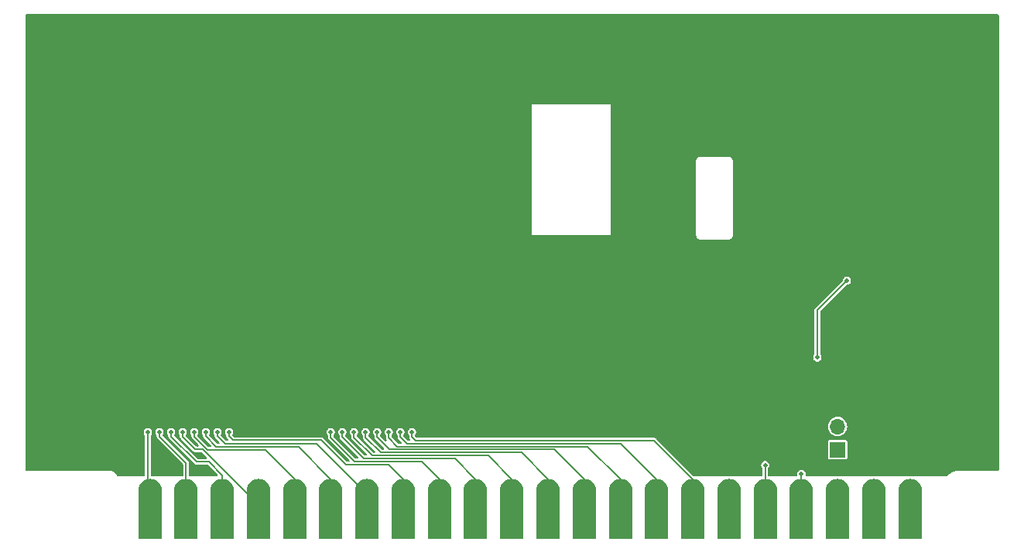
<source format=gbr>
%TF.GenerationSoftware,KiCad,Pcbnew,7.0.11*%
%TF.CreationDate,2024-03-06T22:05:35+01:00*%
%TF.ProjectId,kim-1-programmable-memory,6b696d2d-312d-4707-926f-6772616d6d61,rev?*%
%TF.SameCoordinates,Original*%
%TF.FileFunction,Copper,L2,Bot*%
%TF.FilePolarity,Positive*%
%FSLAX46Y46*%
G04 Gerber Fmt 4.6, Leading zero omitted, Abs format (unit mm)*
G04 Created by KiCad (PCBNEW 7.0.11) date 2024-03-06 22:05:35*
%MOMM*%
%LPD*%
G01*
G04 APERTURE LIST*
G04 Aperture macros list*
%AMFreePoly0*
4,1,22,-1.300000,3.270000,1.300000,3.270000,1.300000,-1.970000,1.280250,-2.195743,1.221600,-2.414626,1.125833,-2.620000,0.995858,-2.805624,0.835624,-2.965858,0.650000,-3.095833,0.444626,-3.191600,0.225743,-3.250250,0.000000,-3.270000,-0.225743,-3.250250,-0.444626,-3.191600,-0.650000,-3.095833,-0.835624,-2.965858,-0.995858,-2.805624,-1.125833,-2.620000,-1.221600,-2.414626,-1.280250,-2.195743,
-1.300000,-1.970000,-1.300000,3.270000,-1.300000,3.270000,$1*%
G04 Aperture macros list end*
%TA.AperFunction,ComponentPad*%
%ADD10R,1.700000X1.700000*%
%TD*%
%TA.AperFunction,ComponentPad*%
%ADD11O,1.700000X1.700000*%
%TD*%
%TA.AperFunction,ConnectorPad*%
%ADD12FreePoly0,180.000000*%
%TD*%
%TA.AperFunction,ViaPad*%
%ADD13C,0.600000*%
%TD*%
%TA.AperFunction,ViaPad*%
%ADD14C,0.500000*%
%TD*%
%TA.AperFunction,ViaPad*%
%ADD15C,1.600000*%
%TD*%
%TA.AperFunction,Conductor*%
%ADD16C,0.200000*%
%TD*%
G04 APERTURE END LIST*
D10*
%TO.P,J1,1,Pin_1*%
%TO.N,/~{DECEN}*%
X140650000Y-153380000D03*
D11*
%TO.P,J1,2,Pin_2*%
%TO.N,Net-(J1-Pin_2)*%
X140650000Y-150840000D03*
%TD*%
D12*
%TO.P,J3,A,A0*%
%TO.N,/AB0*%
X65420000Y-159880000D03*
%TO.P,J3,B,A1*%
%TO.N,/AB1*%
X69380000Y-159880000D03*
%TO.P,J3,C,A2*%
%TO.N,/AB2*%
X73340000Y-159880000D03*
%TO.P,J3,D,A3*%
%TO.N,/AB3*%
X77300000Y-159880000D03*
%TO.P,J3,E,A4*%
%TO.N,/AB4*%
X81260000Y-159880000D03*
%TO.P,J3,F,A5*%
%TO.N,/AB5*%
X85220000Y-159880000D03*
%TO.P,J3,H,A6*%
%TO.N,/AB6*%
X89180000Y-159880000D03*
%TO.P,J3,J,A7*%
%TO.N,/AB7*%
X93140000Y-159880000D03*
%TO.P,J3,K,A8*%
%TO.N,/AB8*%
X97100000Y-159880000D03*
%TO.P,J3,L,A9*%
%TO.N,/AB9*%
X101060000Y-159880000D03*
%TO.P,J3,M,A10*%
%TO.N,/AB10*%
X105020000Y-159880000D03*
%TO.P,J3,N,A11*%
%TO.N,/AB11*%
X108980000Y-159880000D03*
%TO.P,J3,P,A12*%
%TO.N,/AB12*%
X112940000Y-159880000D03*
%TO.P,J3,R,A13*%
%TO.N,/AB13*%
X116900000Y-159880000D03*
%TO.P,J3,S,A14*%
%TO.N,/AB14*%
X120860000Y-159880000D03*
%TO.P,J3,T,A15*%
%TO.N,/AB15*%
X124820000Y-159880000D03*
%TO.P,J3,U,\u00D82*%
%TO.N,unconnected-(J3-\u00D82-PadU)*%
X128780000Y-159880000D03*
%TO.P,J3,V,R/~{W}*%
%TO.N,/R{slash}~{W}*%
X132740000Y-159880000D03*
%TO.P,J3,W,~{R}/W*%
%TO.N,/~{R}{slash}W*%
X136700000Y-159880000D03*
%TO.P,J3,X,+16V_RAW*%
%TO.N,unconnected-(J3-+16V_RAW-PadX)*%
X140660000Y-159880000D03*
%TO.P,J3,Y,~{\u00D82}*%
%TO.N,unconnected-(J3-~{\u00D82}-PadY)*%
X144620000Y-159880000D03*
%TO.P,J3,Z,RAMRW*%
%TO.N,unconnected-(J3-RAMRW-PadZ)*%
X148580000Y-159880000D03*
%TD*%
D13*
%TO.N,GND*%
X138440000Y-145970000D03*
X151820000Y-130320000D03*
D14*
X83935000Y-151460000D03*
D13*
X139780000Y-143170000D03*
X151820000Y-110720000D03*
X112990000Y-114020000D03*
D14*
X85210000Y-139270000D03*
X74740000Y-151790000D03*
D13*
X139120000Y-110720000D03*
D14*
X115365000Y-148600000D03*
X68390000Y-151790000D03*
X85808909Y-151831091D03*
D13*
X141040000Y-137820000D03*
D14*
X65210000Y-139320000D03*
D15*
X148580000Y-154970000D03*
D14*
X92158909Y-151831091D03*
X87078909Y-151831091D03*
D13*
X139120000Y-115120000D03*
X149150000Y-143470000D03*
X82150000Y-143620000D03*
X120890000Y-140970000D03*
D14*
X69660000Y-151790000D03*
D13*
X145540000Y-150680000D03*
D14*
X83935000Y-148600000D03*
X94698909Y-151831091D03*
D13*
X146040000Y-139620000D03*
X62150000Y-143620000D03*
X102150000Y-143620000D03*
D14*
X73470000Y-151790000D03*
X72200000Y-151790000D03*
D13*
X128090000Y-140970000D03*
X146040000Y-141470000D03*
X113720000Y-134720000D03*
X126420000Y-110720000D03*
X126420000Y-115120000D03*
X130590000Y-140970000D03*
X123390000Y-140970000D03*
D14*
X67120000Y-151790000D03*
X63935000Y-148600000D03*
X88348909Y-151831091D03*
X137440000Y-156070000D03*
X93428909Y-151831091D03*
X95365000Y-151460000D03*
X65850000Y-151790000D03*
X75365000Y-148600000D03*
X95365000Y-148600000D03*
D13*
X139120000Y-130320000D03*
D14*
X63935000Y-151460000D03*
D13*
X114440000Y-114020000D03*
X146040000Y-136920000D03*
X113720000Y-130320000D03*
D14*
X90888909Y-151831091D03*
D13*
X149150000Y-147770000D03*
X139120000Y-134720000D03*
X143740000Y-150680000D03*
D14*
X75365000Y-151460000D03*
D13*
X151820000Y-115120000D03*
D14*
X89618909Y-151831091D03*
X132030000Y-155070000D03*
D13*
X136690000Y-139720000D03*
X146040000Y-138720000D03*
X126420000Y-130670000D03*
D14*
X141990000Y-135520000D03*
X70930000Y-151790000D03*
D13*
X134840000Y-139720000D03*
X151820000Y-134720000D03*
X126420000Y-134720000D03*
D14*
%TO.N,/R{slash}~{W}*%
X132740000Y-155070000D03*
%TO.N,/AB0*%
X65205000Y-151460000D03*
%TO.N,/AB1*%
X66475000Y-151460000D03*
%TO.N,/AB2*%
X67745000Y-151460000D03*
%TO.N,/AB3*%
X69015000Y-151460000D03*
%TO.N,/AB4*%
X70285000Y-151460000D03*
%TO.N,/AB5*%
X71555000Y-151460000D03*
%TO.N,/AB6*%
X72825000Y-151460000D03*
%TO.N,/AB7*%
X74095000Y-151460000D03*
%TO.N,/AB8*%
X85205000Y-151460000D03*
%TO.N,/AB9*%
X86475000Y-151460000D03*
%TO.N,/AB10*%
X87745000Y-151460000D03*
%TO.N,/AB11*%
X89015000Y-151460000D03*
%TO.N,/AB12*%
X90285000Y-151460000D03*
%TO.N,/AB13*%
X91555000Y-151460000D03*
%TO.N,/AB14*%
X92825000Y-151460000D03*
%TO.N,/AB15*%
X94095000Y-151460000D03*
%TO.N,/~{R}{slash}W*%
X136700000Y-156070000D03*
%TO.N,/~{R}{slash}W'*%
X141660000Y-134870000D03*
X138440000Y-143270000D03*
%TD*%
D16*
%TO.N,/R{slash}~{W}*%
X132740000Y-155070000D02*
X132740000Y-159880000D01*
%TO.N,/AB0*%
X65420000Y-159880000D02*
X65205000Y-159665000D01*
X65205000Y-159665000D02*
X65205000Y-151460000D01*
%TO.N,/AB1*%
X66475000Y-151935000D02*
X66475000Y-151460000D01*
X69380000Y-154840000D02*
X66475000Y-151935000D01*
X69380000Y-159880000D02*
X69380000Y-154840000D01*
%TO.N,/AB2*%
X70500000Y-154700000D02*
X67745000Y-151945000D01*
X71870000Y-154700000D02*
X70500000Y-154700000D01*
X73340000Y-159880000D02*
X73340000Y-156170000D01*
X73340000Y-156170000D02*
X71870000Y-154700000D01*
X67745000Y-151945000D02*
X67745000Y-151460000D01*
%TO.N,/AB3*%
X69015000Y-151955000D02*
X69015000Y-151460000D01*
X77300000Y-159422448D02*
X71217552Y-153340000D01*
X70400000Y-153340000D02*
X69015000Y-151955000D01*
X71217552Y-153340000D02*
X70400000Y-153340000D01*
X77300000Y-159880000D02*
X77300000Y-159422448D01*
%TO.N,/AB4*%
X70285000Y-151945000D02*
X70285000Y-151460000D01*
X71731000Y-153391000D02*
X70285000Y-151945000D01*
X78041000Y-153391000D02*
X71731000Y-153391000D01*
X81260000Y-156610000D02*
X78041000Y-153391000D01*
X81260000Y-159880000D02*
X81260000Y-156610000D01*
%TO.N,/AB5*%
X81674000Y-153064000D02*
X72696448Y-153064000D01*
X72696448Y-153064000D02*
X71555000Y-151922552D01*
X85220000Y-159880000D02*
X85220000Y-156610000D01*
X85220000Y-156610000D02*
X81674000Y-153064000D01*
X71555000Y-151922552D02*
X71555000Y-151460000D01*
%TO.N,/AB6*%
X72825000Y-151922818D02*
X72825000Y-151460000D01*
X83657000Y-152737000D02*
X73639182Y-152737000D01*
X89180000Y-159880000D02*
X89180000Y-158260000D01*
X73639182Y-152737000D02*
X72825000Y-151922818D01*
X89180000Y-158260000D02*
X83657000Y-152737000D01*
%TO.N,/AB7*%
X74512182Y-152340000D02*
X74095000Y-151922818D01*
X93140000Y-156610000D02*
X91550000Y-155020000D01*
X91550000Y-155020000D02*
X86840000Y-155020000D01*
X93140000Y-159880000D02*
X93140000Y-156610000D01*
X86840000Y-155020000D02*
X84160000Y-152340000D01*
X74095000Y-151922818D02*
X74095000Y-151460000D01*
X84160000Y-152340000D02*
X74512182Y-152340000D01*
%TO.N,/AB8*%
X97100000Y-156610000D02*
X95160000Y-154670000D01*
X95160000Y-154670000D02*
X87840000Y-154670000D01*
X87840000Y-154670000D02*
X85205000Y-152035000D01*
X85205000Y-152035000D02*
X85205000Y-151460000D01*
X97100000Y-159880000D02*
X97100000Y-156610000D01*
%TO.N,/AB9*%
X101060000Y-159880000D02*
X101060000Y-156610000D01*
X101060000Y-156610000D02*
X98793000Y-154343000D01*
X98793000Y-154343000D02*
X88813000Y-154343000D01*
X86475000Y-152005000D02*
X86475000Y-151460000D01*
X88813000Y-154343000D02*
X86475000Y-152005000D01*
%TO.N,/AB10*%
X105020000Y-156610000D02*
X102426091Y-154016091D01*
X102426091Y-154016091D02*
X89736091Y-154016091D01*
X87745000Y-152025000D02*
X87745000Y-151460000D01*
X89736091Y-154016091D02*
X87745000Y-152025000D01*
X105020000Y-159880000D02*
X105020000Y-156610000D01*
%TO.N,/AB11*%
X89015000Y-152045000D02*
X89015000Y-151460000D01*
X106059091Y-153689091D02*
X90659091Y-153689091D01*
X108980000Y-159880000D02*
X108980000Y-156610000D01*
X108980000Y-156610000D02*
X106059091Y-153689091D01*
X90659091Y-153689091D02*
X89015000Y-152045000D01*
%TO.N,/AB12*%
X112940000Y-156610000D02*
X109692091Y-153362091D01*
X109692091Y-153362091D02*
X91632091Y-153362091D01*
X91632091Y-153362091D02*
X90285000Y-152015000D01*
X90285000Y-152015000D02*
X90285000Y-151460000D01*
X112940000Y-159880000D02*
X112940000Y-156610000D01*
%TO.N,/AB13*%
X113325091Y-153035091D02*
X92505091Y-153035091D01*
X116900000Y-159880000D02*
X116900000Y-156610000D01*
X116900000Y-156610000D02*
X113325091Y-153035091D01*
X91555000Y-152085000D02*
X91555000Y-151460000D01*
X92505091Y-153035091D02*
X91555000Y-152085000D01*
%TO.N,/AB14*%
X93528091Y-152708091D02*
X92825000Y-152005000D01*
X92825000Y-152005000D02*
X92825000Y-151460000D01*
X120860000Y-156610000D02*
X116958091Y-152708091D01*
X120860000Y-159880000D02*
X120860000Y-156610000D01*
X116958091Y-152708091D02*
X93528091Y-152708091D01*
%TO.N,/AB15*%
X120591091Y-152381091D02*
X94471091Y-152381091D01*
X124820000Y-156610000D02*
X120591091Y-152381091D01*
X94095000Y-152005000D02*
X94095000Y-151460000D01*
X124820000Y-159880000D02*
X124820000Y-156610000D01*
X94471091Y-152381091D02*
X94095000Y-152005000D01*
%TO.N,/~{R}{slash}W*%
X136700000Y-156070000D02*
X136700000Y-159880000D01*
%TO.N,/~{R}{slash}W'*%
X138440000Y-143270000D02*
X138440000Y-138090000D01*
X138440000Y-138090000D02*
X141660000Y-134870000D01*
%TD*%
%TA.AperFunction,Conductor*%
%TO.N,GND*%
G36*
X158242539Y-105720185D02*
G01*
X158288294Y-105772989D01*
X158299500Y-105824500D01*
X158299500Y-155575500D01*
X158279815Y-155642539D01*
X158227011Y-155688294D01*
X158175500Y-155699500D01*
X153858872Y-155699500D01*
X153627990Y-155729898D01*
X153598884Y-155733730D01*
X153398091Y-155787532D01*
X153345581Y-155801602D01*
X153345571Y-155801605D01*
X153103309Y-155901953D01*
X153103299Y-155901958D01*
X152876201Y-156033072D01*
X152668148Y-156192718D01*
X152580155Y-156280711D01*
X152518831Y-156314195D01*
X152492416Y-156317029D01*
X137263678Y-156309958D01*
X137196648Y-156290242D01*
X137150918Y-156237417D01*
X137140998Y-156168311D01*
X137141073Y-156167789D01*
X137155133Y-156070000D01*
X137136697Y-155941774D01*
X137082882Y-155823937D01*
X136998049Y-155726033D01*
X136889069Y-155655996D01*
X136889065Y-155655994D01*
X136889064Y-155655994D01*
X136764774Y-155619500D01*
X136764772Y-155619500D01*
X136635228Y-155619500D01*
X136635226Y-155619500D01*
X136510935Y-155655994D01*
X136510932Y-155655995D01*
X136510931Y-155655996D01*
X136473868Y-155679815D01*
X136401950Y-155726033D01*
X136317118Y-155823937D01*
X136317117Y-155823938D01*
X136263302Y-155941774D01*
X136244867Y-156070000D01*
X136258926Y-156167789D01*
X136248982Y-156236947D01*
X136203227Y-156289751D01*
X136136187Y-156309435D01*
X136136130Y-156309435D01*
X133164442Y-156308055D01*
X133097412Y-156288339D01*
X133051682Y-156235514D01*
X133040500Y-156184055D01*
X133040500Y-155457386D01*
X133060185Y-155390347D01*
X133070778Y-155376194D01*
X133122882Y-155316063D01*
X133176697Y-155198226D01*
X133195133Y-155070000D01*
X133176697Y-154941774D01*
X133122882Y-154823937D01*
X133038049Y-154726033D01*
X132929069Y-154655996D01*
X132929065Y-154655994D01*
X132929064Y-154655994D01*
X132804774Y-154619500D01*
X132804772Y-154619500D01*
X132675228Y-154619500D01*
X132675226Y-154619500D01*
X132550935Y-154655994D01*
X132550932Y-154655995D01*
X132550931Y-154655996D01*
X132531890Y-154668233D01*
X132441950Y-154726033D01*
X132357118Y-154823937D01*
X132357117Y-154823938D01*
X132303302Y-154941774D01*
X132284867Y-155070000D01*
X132303302Y-155198225D01*
X132340610Y-155279916D01*
X132357118Y-155316063D01*
X132409214Y-155376186D01*
X132438238Y-155439738D01*
X132439500Y-155457386D01*
X132439500Y-156183661D01*
X132419815Y-156250700D01*
X132367011Y-156296455D01*
X132315442Y-156307661D01*
X124990536Y-156304260D01*
X124923506Y-156284544D01*
X124902913Y-156267941D01*
X122884724Y-154249752D01*
X139599500Y-154249752D01*
X139611131Y-154308229D01*
X139611132Y-154308230D01*
X139655447Y-154374552D01*
X139721769Y-154418867D01*
X139721770Y-154418868D01*
X139780247Y-154430499D01*
X139780250Y-154430500D01*
X139780252Y-154430500D01*
X141519750Y-154430500D01*
X141519751Y-154430499D01*
X141534568Y-154427552D01*
X141578229Y-154418868D01*
X141578229Y-154418867D01*
X141578231Y-154418867D01*
X141644552Y-154374552D01*
X141688867Y-154308231D01*
X141688867Y-154308229D01*
X141688868Y-154308229D01*
X141700499Y-154249752D01*
X141700500Y-154249750D01*
X141700500Y-152510249D01*
X141700499Y-152510247D01*
X141688868Y-152451770D01*
X141688867Y-152451769D01*
X141644552Y-152385447D01*
X141578230Y-152341132D01*
X141578229Y-152341131D01*
X141519752Y-152329500D01*
X141519748Y-152329500D01*
X139780252Y-152329500D01*
X139780247Y-152329500D01*
X139721770Y-152341131D01*
X139721769Y-152341132D01*
X139655447Y-152385447D01*
X139611132Y-152451769D01*
X139611131Y-152451770D01*
X139599500Y-152510247D01*
X139599500Y-154249752D01*
X122884724Y-154249752D01*
X120851053Y-152216082D01*
X120839778Y-152203126D01*
X120835046Y-152196859D01*
X120800774Y-152165616D01*
X120796651Y-152161680D01*
X120783888Y-152148917D01*
X120783887Y-152148916D01*
X120783885Y-152148914D01*
X120780168Y-152145828D01*
X120771770Y-152139175D01*
X120752024Y-152121175D01*
X120745561Y-152118671D01*
X120720283Y-152105347D01*
X120714572Y-152101435D01*
X120714569Y-152101434D01*
X120714570Y-152101434D01*
X120688574Y-152095319D01*
X120672180Y-152090242D01*
X120647265Y-152080591D01*
X120647264Y-152080591D01*
X120640340Y-152080591D01*
X120611949Y-152077297D01*
X120605210Y-152075712D01*
X120578757Y-152079402D01*
X120561627Y-152080591D01*
X94646924Y-152080591D01*
X94579885Y-152060906D01*
X94559243Y-152044272D01*
X94440277Y-151925306D01*
X94406792Y-151863983D01*
X94411776Y-151794291D01*
X94434242Y-151756426D01*
X94477882Y-151706063D01*
X94531697Y-151588226D01*
X94550133Y-151460000D01*
X94531697Y-151331774D01*
X94477882Y-151213937D01*
X94393049Y-151116033D01*
X94284069Y-151045996D01*
X94284065Y-151045994D01*
X94284064Y-151045994D01*
X94159774Y-151009500D01*
X94159772Y-151009500D01*
X94030228Y-151009500D01*
X94030226Y-151009500D01*
X93905935Y-151045994D01*
X93905932Y-151045995D01*
X93905931Y-151045996D01*
X93854677Y-151078934D01*
X93796950Y-151116033D01*
X93712118Y-151213937D01*
X93712117Y-151213938D01*
X93658302Y-151331774D01*
X93639867Y-151460000D01*
X93658302Y-151588225D01*
X93712116Y-151706058D01*
X93712118Y-151706063D01*
X93764214Y-151766186D01*
X93793238Y-151829738D01*
X93794500Y-151847386D01*
X93794500Y-151937861D01*
X93793312Y-151954988D01*
X93792227Y-151962765D01*
X93794368Y-152009079D01*
X93794500Y-152014804D01*
X93794500Y-152032842D01*
X93794947Y-152037671D01*
X93796181Y-152048305D01*
X93797415Y-152074992D01*
X93797416Y-152074997D01*
X93800214Y-152081334D01*
X93808664Y-152108620D01*
X93809937Y-152115429D01*
X93809937Y-152115430D01*
X93809939Y-152115433D01*
X93824001Y-152138146D01*
X93831997Y-152153315D01*
X93842794Y-152177765D01*
X93842795Y-152177766D01*
X93842796Y-152177768D01*
X93847689Y-152182661D01*
X93865433Y-152205061D01*
X93873637Y-152218310D01*
X93892195Y-152285670D01*
X93871389Y-152352370D01*
X93817825Y-152397233D01*
X93768212Y-152407591D01*
X93703924Y-152407591D01*
X93636885Y-152387906D01*
X93616243Y-152371272D01*
X93170277Y-151925306D01*
X93136792Y-151863983D01*
X93141776Y-151794291D01*
X93164242Y-151756426D01*
X93207882Y-151706063D01*
X93261697Y-151588226D01*
X93280133Y-151460000D01*
X93261697Y-151331774D01*
X93207882Y-151213937D01*
X93123049Y-151116033D01*
X93014069Y-151045996D01*
X93014065Y-151045994D01*
X93014064Y-151045994D01*
X92889774Y-151009500D01*
X92889772Y-151009500D01*
X92760228Y-151009500D01*
X92760226Y-151009500D01*
X92635935Y-151045994D01*
X92635932Y-151045995D01*
X92635931Y-151045996D01*
X92584677Y-151078934D01*
X92526950Y-151116033D01*
X92442118Y-151213937D01*
X92442117Y-151213938D01*
X92388302Y-151331774D01*
X92369867Y-151460000D01*
X92388302Y-151588225D01*
X92442116Y-151706058D01*
X92442118Y-151706063D01*
X92494214Y-151766186D01*
X92523238Y-151829738D01*
X92524500Y-151847386D01*
X92524500Y-151937861D01*
X92523312Y-151954988D01*
X92522227Y-151962765D01*
X92524368Y-152009079D01*
X92524500Y-152014804D01*
X92524500Y-152032842D01*
X92524947Y-152037671D01*
X92526181Y-152048305D01*
X92527415Y-152074992D01*
X92527416Y-152074997D01*
X92530214Y-152081334D01*
X92538664Y-152108620D01*
X92539937Y-152115429D01*
X92539937Y-152115430D01*
X92539939Y-152115433D01*
X92554001Y-152138146D01*
X92561997Y-152153315D01*
X92572794Y-152177765D01*
X92572795Y-152177766D01*
X92572796Y-152177768D01*
X92577689Y-152182661D01*
X92595435Y-152205065D01*
X92599077Y-152210948D01*
X92599079Y-152210950D01*
X92599080Y-152210951D01*
X92599081Y-152210952D01*
X92620396Y-152227048D01*
X92633350Y-152238321D01*
X92917939Y-152522910D01*
X92951424Y-152584233D01*
X92946440Y-152653925D01*
X92904568Y-152709858D01*
X92839104Y-152734275D01*
X92830258Y-152734591D01*
X92680924Y-152734591D01*
X92613885Y-152714906D01*
X92593243Y-152698272D01*
X91891819Y-151996848D01*
X91858334Y-151935525D01*
X91855500Y-151909167D01*
X91855500Y-151847386D01*
X91875185Y-151780347D01*
X91885778Y-151766194D01*
X91937882Y-151706063D01*
X91991697Y-151588226D01*
X92010133Y-151460000D01*
X91991697Y-151331774D01*
X91937882Y-151213937D01*
X91853049Y-151116033D01*
X91744069Y-151045996D01*
X91744065Y-151045994D01*
X91744064Y-151045994D01*
X91619774Y-151009500D01*
X91619772Y-151009500D01*
X91490228Y-151009500D01*
X91490226Y-151009500D01*
X91365935Y-151045994D01*
X91365932Y-151045995D01*
X91365931Y-151045996D01*
X91314677Y-151078934D01*
X91256950Y-151116033D01*
X91172118Y-151213937D01*
X91172117Y-151213938D01*
X91118302Y-151331774D01*
X91099867Y-151460000D01*
X91118302Y-151588225D01*
X91172116Y-151706058D01*
X91172118Y-151706063D01*
X91224214Y-151766186D01*
X91253238Y-151829738D01*
X91254500Y-151847386D01*
X91254500Y-152017861D01*
X91253312Y-152034988D01*
X91252227Y-152042765D01*
X91254368Y-152089079D01*
X91254500Y-152094804D01*
X91254500Y-152112842D01*
X91254947Y-152117671D01*
X91256181Y-152128305D01*
X91257415Y-152154992D01*
X91257416Y-152154997D01*
X91260214Y-152161334D01*
X91268664Y-152188620D01*
X91269937Y-152195429D01*
X91269937Y-152195430D01*
X91269939Y-152195433D01*
X91284001Y-152218146D01*
X91291997Y-152233315D01*
X91302794Y-152257765D01*
X91302797Y-152257771D01*
X91307836Y-152265127D01*
X91329482Y-152331559D01*
X91311774Y-152399148D01*
X91260337Y-152446434D01*
X91191500Y-152458404D01*
X91127120Y-152431259D01*
X91117854Y-152422882D01*
X90625635Y-151930663D01*
X90592150Y-151869340D01*
X90597134Y-151799648D01*
X90619604Y-151761779D01*
X90629585Y-151750261D01*
X90667882Y-151706063D01*
X90721697Y-151588226D01*
X90740133Y-151460000D01*
X90721697Y-151331774D01*
X90667882Y-151213937D01*
X90583049Y-151116033D01*
X90474069Y-151045996D01*
X90474065Y-151045994D01*
X90474064Y-151045994D01*
X90349774Y-151009500D01*
X90349772Y-151009500D01*
X90220228Y-151009500D01*
X90220226Y-151009500D01*
X90095935Y-151045994D01*
X90095932Y-151045995D01*
X90095931Y-151045996D01*
X90044677Y-151078934D01*
X89986950Y-151116033D01*
X89902118Y-151213937D01*
X89902117Y-151213938D01*
X89848302Y-151331774D01*
X89829867Y-151460000D01*
X89848302Y-151588225D01*
X89902116Y-151706058D01*
X89902118Y-151706063D01*
X89954214Y-151766186D01*
X89983238Y-151829738D01*
X89984500Y-151847386D01*
X89984500Y-151947861D01*
X89983312Y-151964988D01*
X89982227Y-151972765D01*
X89984368Y-152019079D01*
X89984500Y-152024804D01*
X89984500Y-152042842D01*
X89984947Y-152047671D01*
X89986181Y-152058305D01*
X89987415Y-152084992D01*
X89987416Y-152084997D01*
X89990214Y-152091334D01*
X89998664Y-152118620D01*
X89999937Y-152125429D01*
X89999937Y-152125430D01*
X89999939Y-152125433D01*
X90014001Y-152148146D01*
X90021997Y-152163315D01*
X90032794Y-152187765D01*
X90032795Y-152187766D01*
X90032796Y-152187768D01*
X90037689Y-152192661D01*
X90055435Y-152215065D01*
X90059077Y-152220948D01*
X90059079Y-152220950D01*
X90059080Y-152220951D01*
X90059081Y-152220952D01*
X90077770Y-152235065D01*
X90080396Y-152237048D01*
X90093350Y-152248321D01*
X91021939Y-153176910D01*
X91055424Y-153238233D01*
X91050440Y-153307925D01*
X91008568Y-153363858D01*
X90943104Y-153388275D01*
X90934258Y-153388591D01*
X90834924Y-153388591D01*
X90767885Y-153368906D01*
X90747243Y-153352272D01*
X89351819Y-151956848D01*
X89318334Y-151895525D01*
X89315500Y-151869167D01*
X89315500Y-151847386D01*
X89335185Y-151780347D01*
X89345778Y-151766194D01*
X89397882Y-151706063D01*
X89451697Y-151588226D01*
X89470133Y-151460000D01*
X89451697Y-151331774D01*
X89397882Y-151213937D01*
X89313049Y-151116033D01*
X89204069Y-151045996D01*
X89204065Y-151045994D01*
X89204064Y-151045994D01*
X89079774Y-151009500D01*
X89079772Y-151009500D01*
X88950228Y-151009500D01*
X88950226Y-151009500D01*
X88825935Y-151045994D01*
X88825932Y-151045995D01*
X88825931Y-151045996D01*
X88774677Y-151078934D01*
X88716950Y-151116033D01*
X88632118Y-151213937D01*
X88632117Y-151213938D01*
X88578302Y-151331774D01*
X88559867Y-151460000D01*
X88578302Y-151588225D01*
X88632116Y-151706058D01*
X88632118Y-151706063D01*
X88684214Y-151766186D01*
X88713238Y-151829738D01*
X88714500Y-151847386D01*
X88714500Y-151977861D01*
X88713312Y-151994988D01*
X88712227Y-152002765D01*
X88714368Y-152049079D01*
X88714500Y-152054804D01*
X88714500Y-152072842D01*
X88714947Y-152077671D01*
X88716181Y-152088305D01*
X88717415Y-152114992D01*
X88717416Y-152114997D01*
X88720214Y-152121334D01*
X88728664Y-152148620D01*
X88729937Y-152155429D01*
X88729937Y-152155430D01*
X88730146Y-152155768D01*
X88744001Y-152178146D01*
X88751997Y-152193315D01*
X88762794Y-152217765D01*
X88762795Y-152217766D01*
X88762796Y-152217768D01*
X88767689Y-152222661D01*
X88785435Y-152245065D01*
X88789077Y-152250948D01*
X88789079Y-152250950D01*
X88789080Y-152250951D01*
X88789081Y-152250952D01*
X88804020Y-152262233D01*
X88810396Y-152267048D01*
X88823350Y-152278321D01*
X90048939Y-153503910D01*
X90082424Y-153565233D01*
X90077440Y-153634925D01*
X90035568Y-153690858D01*
X89970104Y-153715275D01*
X89961258Y-153715591D01*
X89911924Y-153715591D01*
X89844885Y-153695906D01*
X89824243Y-153679272D01*
X88081819Y-151936848D01*
X88048334Y-151875525D01*
X88045500Y-151849167D01*
X88045500Y-151847386D01*
X88065185Y-151780347D01*
X88075778Y-151766194D01*
X88127882Y-151706063D01*
X88181697Y-151588226D01*
X88200133Y-151460000D01*
X88181697Y-151331774D01*
X88127882Y-151213937D01*
X88043049Y-151116033D01*
X87934069Y-151045996D01*
X87934065Y-151045994D01*
X87934064Y-151045994D01*
X87809774Y-151009500D01*
X87809772Y-151009500D01*
X87680228Y-151009500D01*
X87680226Y-151009500D01*
X87555935Y-151045994D01*
X87555932Y-151045995D01*
X87555931Y-151045996D01*
X87504677Y-151078934D01*
X87446950Y-151116033D01*
X87362118Y-151213937D01*
X87362117Y-151213938D01*
X87308302Y-151331774D01*
X87289867Y-151460000D01*
X87308302Y-151588225D01*
X87362116Y-151706058D01*
X87362118Y-151706063D01*
X87414214Y-151766186D01*
X87443238Y-151829738D01*
X87444500Y-151847386D01*
X87444500Y-151957861D01*
X87443312Y-151974988D01*
X87442227Y-151982765D01*
X87444368Y-152029079D01*
X87444500Y-152034804D01*
X87444500Y-152052842D01*
X87444947Y-152057671D01*
X87446181Y-152068305D01*
X87447415Y-152094992D01*
X87447416Y-152094997D01*
X87450214Y-152101334D01*
X87458664Y-152128620D01*
X87459937Y-152135429D01*
X87459937Y-152135430D01*
X87459939Y-152135433D01*
X87474001Y-152158146D01*
X87481997Y-152173315D01*
X87492794Y-152197765D01*
X87492795Y-152197766D01*
X87492796Y-152197768D01*
X87497689Y-152202661D01*
X87515435Y-152225065D01*
X87519077Y-152230948D01*
X87519079Y-152230950D01*
X87519080Y-152230951D01*
X87519081Y-152230952D01*
X87534020Y-152242233D01*
X87540396Y-152247048D01*
X87553350Y-152258321D01*
X89125848Y-153830819D01*
X89159333Y-153892142D01*
X89154349Y-153961834D01*
X89112477Y-154017767D01*
X89047013Y-154042184D01*
X89038167Y-154042500D01*
X88988833Y-154042500D01*
X88921794Y-154022815D01*
X88901152Y-154006181D01*
X86820277Y-151925306D01*
X86786792Y-151863983D01*
X86791776Y-151794291D01*
X86814242Y-151756426D01*
X86857882Y-151706063D01*
X86911697Y-151588226D01*
X86930133Y-151460000D01*
X86911697Y-151331774D01*
X86857882Y-151213937D01*
X86773049Y-151116033D01*
X86664069Y-151045996D01*
X86664065Y-151045994D01*
X86664064Y-151045994D01*
X86539774Y-151009500D01*
X86539772Y-151009500D01*
X86410228Y-151009500D01*
X86410226Y-151009500D01*
X86285935Y-151045994D01*
X86285932Y-151045995D01*
X86285931Y-151045996D01*
X86234677Y-151078934D01*
X86176950Y-151116033D01*
X86092118Y-151213937D01*
X86092117Y-151213938D01*
X86038302Y-151331774D01*
X86019867Y-151460000D01*
X86038302Y-151588225D01*
X86092116Y-151706058D01*
X86092118Y-151706063D01*
X86144214Y-151766186D01*
X86173238Y-151829738D01*
X86174500Y-151847386D01*
X86174500Y-151937861D01*
X86173312Y-151954988D01*
X86172227Y-151962765D01*
X86174368Y-152009079D01*
X86174500Y-152014804D01*
X86174500Y-152032842D01*
X86174947Y-152037671D01*
X86176181Y-152048305D01*
X86177415Y-152074992D01*
X86177416Y-152074997D01*
X86180214Y-152081334D01*
X86188664Y-152108620D01*
X86189937Y-152115429D01*
X86189937Y-152115430D01*
X86189939Y-152115433D01*
X86204001Y-152138146D01*
X86211997Y-152153315D01*
X86222794Y-152177765D01*
X86222795Y-152177766D01*
X86222796Y-152177768D01*
X86227689Y-152182661D01*
X86245435Y-152205065D01*
X86249077Y-152210948D01*
X86249079Y-152210950D01*
X86249080Y-152210951D01*
X86249081Y-152210952D01*
X86270396Y-152227048D01*
X86283350Y-152238321D01*
X88202848Y-154157819D01*
X88236333Y-154219142D01*
X88231349Y-154288834D01*
X88189477Y-154344767D01*
X88124013Y-154369184D01*
X88115167Y-154369500D01*
X88015833Y-154369500D01*
X87948794Y-154349815D01*
X87928152Y-154333181D01*
X85541819Y-151946848D01*
X85508334Y-151885525D01*
X85505500Y-151859167D01*
X85505500Y-151847386D01*
X85525185Y-151780347D01*
X85535778Y-151766194D01*
X85587882Y-151706063D01*
X85641697Y-151588226D01*
X85660133Y-151460000D01*
X85641697Y-151331774D01*
X85587882Y-151213937D01*
X85503049Y-151116033D01*
X85394069Y-151045996D01*
X85394065Y-151045994D01*
X85394064Y-151045994D01*
X85269774Y-151009500D01*
X85269772Y-151009500D01*
X85140228Y-151009500D01*
X85140226Y-151009500D01*
X85015935Y-151045994D01*
X85015932Y-151045995D01*
X85015931Y-151045996D01*
X84964677Y-151078934D01*
X84906950Y-151116033D01*
X84822118Y-151213937D01*
X84822117Y-151213938D01*
X84768302Y-151331774D01*
X84749867Y-151460000D01*
X84768302Y-151588225D01*
X84822116Y-151706058D01*
X84822118Y-151706063D01*
X84874214Y-151766186D01*
X84903238Y-151829738D01*
X84904500Y-151847386D01*
X84904500Y-151967861D01*
X84903312Y-151984988D01*
X84902227Y-151992765D01*
X84904368Y-152039079D01*
X84904500Y-152044804D01*
X84904500Y-152062842D01*
X84904947Y-152067671D01*
X84906181Y-152078305D01*
X84907415Y-152104992D01*
X84907416Y-152104997D01*
X84910214Y-152111334D01*
X84918664Y-152138620D01*
X84919937Y-152145429D01*
X84919937Y-152145430D01*
X84921614Y-152148139D01*
X84934001Y-152168146D01*
X84941997Y-152183315D01*
X84952794Y-152207765D01*
X84952795Y-152207766D01*
X84952796Y-152207768D01*
X84957689Y-152212661D01*
X84975435Y-152235065D01*
X84979077Y-152240948D01*
X84979079Y-152240950D01*
X84979080Y-152240951D01*
X84979081Y-152240952D01*
X84994020Y-152252233D01*
X85000396Y-152257048D01*
X85013350Y-152268321D01*
X87252848Y-154507819D01*
X87286333Y-154569142D01*
X87281349Y-154638834D01*
X87239477Y-154694767D01*
X87174013Y-154719184D01*
X87165167Y-154719500D01*
X87015834Y-154719500D01*
X86948795Y-154699815D01*
X86928153Y-154683181D01*
X84419962Y-152174991D01*
X84408687Y-152162035D01*
X84403955Y-152155768D01*
X84369683Y-152124525D01*
X84365560Y-152120589D01*
X84352797Y-152107826D01*
X84352796Y-152107825D01*
X84352794Y-152107823D01*
X84349077Y-152104737D01*
X84340679Y-152098084D01*
X84320933Y-152080084D01*
X84314470Y-152077580D01*
X84289192Y-152064256D01*
X84283481Y-152060344D01*
X84283478Y-152060343D01*
X84283479Y-152060343D01*
X84257483Y-152054228D01*
X84241089Y-152049151D01*
X84216174Y-152039500D01*
X84216173Y-152039500D01*
X84209249Y-152039500D01*
X84180858Y-152036206D01*
X84174119Y-152034621D01*
X84147666Y-152038311D01*
X84130536Y-152039500D01*
X74688016Y-152039500D01*
X74620977Y-152019815D01*
X74600339Y-152003185D01*
X74478427Y-151881274D01*
X74444944Y-151819954D01*
X74449928Y-151750262D01*
X74472397Y-151712392D01*
X74477882Y-151706063D01*
X74531697Y-151588226D01*
X74550133Y-151460000D01*
X74531697Y-151331774D01*
X74477882Y-151213937D01*
X74393049Y-151116033D01*
X74284069Y-151045996D01*
X74284065Y-151045994D01*
X74284064Y-151045994D01*
X74159774Y-151009500D01*
X74159772Y-151009500D01*
X74030228Y-151009500D01*
X74030226Y-151009500D01*
X73905935Y-151045994D01*
X73905932Y-151045995D01*
X73905931Y-151045996D01*
X73854677Y-151078934D01*
X73796950Y-151116033D01*
X73712118Y-151213937D01*
X73712117Y-151213938D01*
X73658302Y-151331774D01*
X73639867Y-151460000D01*
X73658302Y-151588225D01*
X73712116Y-151706058D01*
X73712118Y-151706063D01*
X73764214Y-151766186D01*
X73793238Y-151829738D01*
X73794500Y-151847386D01*
X73794500Y-151855679D01*
X73793312Y-151872806D01*
X73792227Y-151880583D01*
X73794368Y-151926897D01*
X73794500Y-151932622D01*
X73794500Y-151950660D01*
X73794947Y-151955489D01*
X73796181Y-151966123D01*
X73797415Y-151992810D01*
X73797416Y-151992815D01*
X73800214Y-151999152D01*
X73808664Y-152026438D01*
X73809937Y-152033247D01*
X73809937Y-152033248D01*
X73811769Y-152036206D01*
X73824001Y-152055964D01*
X73831997Y-152071133D01*
X73842794Y-152095583D01*
X73842795Y-152095584D01*
X73842796Y-152095586D01*
X73847689Y-152100479D01*
X73865435Y-152122883D01*
X73869077Y-152128766D01*
X73869079Y-152128768D01*
X73869080Y-152128769D01*
X73869081Y-152128770D01*
X73881488Y-152138139D01*
X73890396Y-152144866D01*
X73903350Y-152156139D01*
X73972030Y-152224819D01*
X74005515Y-152286142D01*
X74000531Y-152355834D01*
X73958659Y-152411767D01*
X73893195Y-152436184D01*
X73884349Y-152436500D01*
X73815015Y-152436500D01*
X73747976Y-152416815D01*
X73727334Y-152400181D01*
X73208429Y-151881276D01*
X73174944Y-151819953D01*
X73179928Y-151750261D01*
X73202397Y-151712392D01*
X73207882Y-151706063D01*
X73261697Y-151588226D01*
X73280133Y-151460000D01*
X73261697Y-151331774D01*
X73207882Y-151213937D01*
X73123049Y-151116033D01*
X73014069Y-151045996D01*
X73014065Y-151045994D01*
X73014064Y-151045994D01*
X72889774Y-151009500D01*
X72889772Y-151009500D01*
X72760228Y-151009500D01*
X72760226Y-151009500D01*
X72635935Y-151045994D01*
X72635932Y-151045995D01*
X72635931Y-151045996D01*
X72584677Y-151078934D01*
X72526950Y-151116033D01*
X72442118Y-151213937D01*
X72442117Y-151213938D01*
X72388302Y-151331774D01*
X72369867Y-151460000D01*
X72388302Y-151588225D01*
X72442116Y-151706058D01*
X72442118Y-151706063D01*
X72494214Y-151766186D01*
X72523238Y-151829738D01*
X72524500Y-151847386D01*
X72524500Y-151855679D01*
X72523312Y-151872806D01*
X72522227Y-151880583D01*
X72524368Y-151926897D01*
X72524500Y-151932622D01*
X72524500Y-151950660D01*
X72524947Y-151955489D01*
X72526181Y-151966123D01*
X72527415Y-151992810D01*
X72527416Y-151992815D01*
X72530214Y-151999152D01*
X72538664Y-152026438D01*
X72539937Y-152033247D01*
X72539937Y-152033248D01*
X72541769Y-152036206D01*
X72554001Y-152055964D01*
X72561997Y-152071133D01*
X72572794Y-152095583D01*
X72572795Y-152095584D01*
X72572796Y-152095586D01*
X72577689Y-152100479D01*
X72595435Y-152122883D01*
X72599077Y-152128766D01*
X72599079Y-152128768D01*
X72599080Y-152128769D01*
X72599081Y-152128770D01*
X72611488Y-152138139D01*
X72620396Y-152144866D01*
X72633350Y-152156139D01*
X73029030Y-152551819D01*
X73062515Y-152613142D01*
X73057531Y-152682834D01*
X73015659Y-152738767D01*
X72950195Y-152763184D01*
X72941349Y-152763500D01*
X72872281Y-152763500D01*
X72805242Y-152743815D01*
X72784600Y-152727181D01*
X71938552Y-151881133D01*
X71905067Y-151819810D01*
X71910051Y-151750118D01*
X71932523Y-151712246D01*
X71937882Y-151706063D01*
X71991697Y-151588226D01*
X72010133Y-151460000D01*
X71991697Y-151331774D01*
X71937882Y-151213937D01*
X71853049Y-151116033D01*
X71744069Y-151045996D01*
X71744065Y-151045994D01*
X71744064Y-151045994D01*
X71619774Y-151009500D01*
X71619772Y-151009500D01*
X71490228Y-151009500D01*
X71490226Y-151009500D01*
X71365935Y-151045994D01*
X71365932Y-151045995D01*
X71365931Y-151045996D01*
X71314677Y-151078934D01*
X71256950Y-151116033D01*
X71172118Y-151213937D01*
X71172117Y-151213938D01*
X71118302Y-151331774D01*
X71099867Y-151460000D01*
X71118302Y-151588225D01*
X71172116Y-151706058D01*
X71172118Y-151706063D01*
X71224214Y-151766186D01*
X71253238Y-151829738D01*
X71254500Y-151847386D01*
X71254500Y-151855413D01*
X71253312Y-151872540D01*
X71252227Y-151880317D01*
X71254368Y-151926631D01*
X71254500Y-151932356D01*
X71254500Y-151950394D01*
X71254947Y-151955223D01*
X71256181Y-151965857D01*
X71257415Y-151992544D01*
X71257416Y-151992549D01*
X71260214Y-151998886D01*
X71268664Y-152026172D01*
X71269937Y-152032981D01*
X71269937Y-152032982D01*
X71270952Y-152034621D01*
X71284001Y-152055698D01*
X71291997Y-152070867D01*
X71302794Y-152095317D01*
X71302795Y-152095318D01*
X71302796Y-152095320D01*
X71307689Y-152100213D01*
X71325435Y-152122617D01*
X71329077Y-152128500D01*
X71329079Y-152128502D01*
X71329080Y-152128503D01*
X71329081Y-152128504D01*
X71345565Y-152140952D01*
X71350396Y-152144600D01*
X71363350Y-152155873D01*
X72086296Y-152878819D01*
X72119781Y-152940142D01*
X72114797Y-153009834D01*
X72072925Y-153065767D01*
X72007461Y-153090184D01*
X71998615Y-153090500D01*
X71906833Y-153090500D01*
X71839794Y-153070815D01*
X71819152Y-153054181D01*
X70658131Y-151893160D01*
X70624646Y-151831837D01*
X70629630Y-151762145D01*
X70652098Y-151724278D01*
X70667882Y-151706063D01*
X70721697Y-151588226D01*
X70740133Y-151460000D01*
X70721697Y-151331774D01*
X70667882Y-151213937D01*
X70583049Y-151116033D01*
X70474069Y-151045996D01*
X70474065Y-151045994D01*
X70474064Y-151045994D01*
X70349774Y-151009500D01*
X70349772Y-151009500D01*
X70220228Y-151009500D01*
X70220226Y-151009500D01*
X70095935Y-151045994D01*
X70095932Y-151045995D01*
X70095931Y-151045996D01*
X70044677Y-151078934D01*
X69986950Y-151116033D01*
X69902118Y-151213937D01*
X69902117Y-151213938D01*
X69848302Y-151331774D01*
X69829867Y-151460000D01*
X69848302Y-151588225D01*
X69902116Y-151706058D01*
X69902118Y-151706063D01*
X69954214Y-151766186D01*
X69983238Y-151829738D01*
X69984500Y-151847386D01*
X69984500Y-151877861D01*
X69983312Y-151894988D01*
X69982227Y-151902765D01*
X69984368Y-151949079D01*
X69984500Y-151954804D01*
X69984500Y-151972842D01*
X69984947Y-151977671D01*
X69986181Y-151988305D01*
X69987415Y-152014992D01*
X69987416Y-152014997D01*
X69990214Y-152021334D01*
X69998664Y-152048620D01*
X69999937Y-152055429D01*
X69999937Y-152055430D01*
X69999939Y-152055433D01*
X70014001Y-152078146D01*
X70021997Y-152093315D01*
X70032794Y-152117765D01*
X70032795Y-152117766D01*
X70032796Y-152117768D01*
X70037689Y-152122661D01*
X70055435Y-152145065D01*
X70059077Y-152150948D01*
X70059079Y-152150950D01*
X70059080Y-152150951D01*
X70059081Y-152150952D01*
X70078500Y-152165616D01*
X70080396Y-152167048D01*
X70093350Y-152178321D01*
X70742848Y-152827819D01*
X70776333Y-152889142D01*
X70771349Y-152958834D01*
X70729477Y-153014767D01*
X70664013Y-153039184D01*
X70655167Y-153039500D01*
X70575833Y-153039500D01*
X70508794Y-153019815D01*
X70488152Y-153003181D01*
X69383489Y-151898518D01*
X69350004Y-151837195D01*
X69354988Y-151767503D01*
X69377458Y-151729634D01*
X69397879Y-151706067D01*
X69397881Y-151706064D01*
X69397882Y-151706063D01*
X69451697Y-151588226D01*
X69470133Y-151460000D01*
X69451697Y-151331774D01*
X69397882Y-151213937D01*
X69313049Y-151116033D01*
X69204069Y-151045996D01*
X69204065Y-151045994D01*
X69204064Y-151045994D01*
X69079774Y-151009500D01*
X69079772Y-151009500D01*
X68950228Y-151009500D01*
X68950226Y-151009500D01*
X68825935Y-151045994D01*
X68825932Y-151045995D01*
X68825931Y-151045996D01*
X68774677Y-151078934D01*
X68716950Y-151116033D01*
X68632118Y-151213937D01*
X68632117Y-151213938D01*
X68578302Y-151331774D01*
X68559867Y-151460000D01*
X68578302Y-151588225D01*
X68632116Y-151706058D01*
X68632118Y-151706063D01*
X68684214Y-151766186D01*
X68713238Y-151829738D01*
X68714500Y-151847386D01*
X68714500Y-151887861D01*
X68713312Y-151904988D01*
X68712227Y-151912765D01*
X68714368Y-151959079D01*
X68714500Y-151964804D01*
X68714500Y-151982842D01*
X68714947Y-151987671D01*
X68716181Y-151998305D01*
X68717415Y-152024992D01*
X68717416Y-152024997D01*
X68720214Y-152031334D01*
X68728664Y-152058620D01*
X68729937Y-152065429D01*
X68729937Y-152065430D01*
X68729939Y-152065433D01*
X68744001Y-152088146D01*
X68751997Y-152103315D01*
X68762794Y-152127765D01*
X68762795Y-152127766D01*
X68762796Y-152127768D01*
X68767689Y-152132661D01*
X68785435Y-152155065D01*
X68789077Y-152160948D01*
X68789079Y-152160950D01*
X68789080Y-152160951D01*
X68789081Y-152160952D01*
X68810396Y-152177048D01*
X68823350Y-152188321D01*
X70140039Y-153505010D01*
X70151310Y-153517962D01*
X70156039Y-153524225D01*
X70190317Y-153555474D01*
X70194458Y-153559429D01*
X70207203Y-153572174D01*
X70210931Y-153575270D01*
X70219324Y-153581918D01*
X70239067Y-153599916D01*
X70244868Y-153602163D01*
X70245528Y-153602419D01*
X70270809Y-153615745D01*
X70276520Y-153619657D01*
X70302517Y-153625771D01*
X70318918Y-153630851D01*
X70343824Y-153640500D01*
X70343827Y-153640500D01*
X70350752Y-153640500D01*
X70379140Y-153643793D01*
X70385881Y-153645379D01*
X70412333Y-153641689D01*
X70429464Y-153640500D01*
X71041719Y-153640500D01*
X71108758Y-153660185D01*
X71129400Y-153676819D01*
X71640400Y-154187819D01*
X71673885Y-154249142D01*
X71668901Y-154318834D01*
X71627029Y-154374767D01*
X71561565Y-154399184D01*
X71552719Y-154399500D01*
X70675834Y-154399500D01*
X70608795Y-154379815D01*
X70588153Y-154363181D01*
X68118132Y-151893160D01*
X68084647Y-151831837D01*
X68089631Y-151762145D01*
X68112098Y-151724277D01*
X68127882Y-151706063D01*
X68181697Y-151588226D01*
X68200133Y-151460000D01*
X68181697Y-151331774D01*
X68127882Y-151213937D01*
X68043049Y-151116033D01*
X67934069Y-151045996D01*
X67934065Y-151045994D01*
X67934064Y-151045994D01*
X67809774Y-151009500D01*
X67809772Y-151009500D01*
X67680228Y-151009500D01*
X67680226Y-151009500D01*
X67555935Y-151045994D01*
X67555932Y-151045995D01*
X67555931Y-151045996D01*
X67504677Y-151078934D01*
X67446950Y-151116033D01*
X67362118Y-151213937D01*
X67362117Y-151213938D01*
X67308302Y-151331774D01*
X67289867Y-151460000D01*
X67308302Y-151588225D01*
X67362116Y-151706058D01*
X67362118Y-151706063D01*
X67414214Y-151766186D01*
X67443238Y-151829738D01*
X67444500Y-151847386D01*
X67444500Y-151877861D01*
X67443312Y-151894988D01*
X67442227Y-151902765D01*
X67444368Y-151949079D01*
X67444500Y-151954804D01*
X67444500Y-151972842D01*
X67444947Y-151977671D01*
X67446181Y-151988305D01*
X67447415Y-152014992D01*
X67447416Y-152014997D01*
X67450214Y-152021334D01*
X67458664Y-152048620D01*
X67459937Y-152055429D01*
X67459937Y-152055430D01*
X67459939Y-152055433D01*
X67474001Y-152078146D01*
X67481997Y-152093315D01*
X67492794Y-152117765D01*
X67492795Y-152117766D01*
X67492796Y-152117768D01*
X67497689Y-152122661D01*
X67515435Y-152145065D01*
X67519077Y-152150948D01*
X67519079Y-152150950D01*
X67519080Y-152150951D01*
X67519081Y-152150952D01*
X67538500Y-152165616D01*
X67540396Y-152167048D01*
X67553350Y-152178321D01*
X70240039Y-154865010D01*
X70251310Y-154877962D01*
X70256039Y-154884225D01*
X70290317Y-154915474D01*
X70294458Y-154919429D01*
X70307203Y-154932174D01*
X70310931Y-154935270D01*
X70319324Y-154941918D01*
X70328124Y-154949940D01*
X70339064Y-154959914D01*
X70339065Y-154959914D01*
X70339067Y-154959916D01*
X70345530Y-154962419D01*
X70370807Y-154975743D01*
X70376519Y-154979656D01*
X70402514Y-154985769D01*
X70418910Y-154990846D01*
X70443827Y-155000500D01*
X70450751Y-155000500D01*
X70479141Y-155003793D01*
X70485881Y-155005379D01*
X70508655Y-155002201D01*
X70512334Y-155001689D01*
X70529464Y-155000500D01*
X71694167Y-155000500D01*
X71761206Y-155020185D01*
X71781848Y-155036819D01*
X72813344Y-156068315D01*
X72846829Y-156129638D01*
X72841845Y-156199330D01*
X72799973Y-156255263D01*
X72734509Y-156279680D01*
X72725605Y-156279996D01*
X69804442Y-156278640D01*
X69737412Y-156258924D01*
X69691682Y-156206099D01*
X69680500Y-156154640D01*
X69680500Y-154907136D01*
X69681689Y-154890005D01*
X69682771Y-154882239D01*
X69682773Y-154882235D01*
X69680632Y-154835920D01*
X69680500Y-154830195D01*
X69680500Y-154812159D01*
X69680046Y-154807266D01*
X69678817Y-154796680D01*
X69678687Y-154793858D01*
X69677585Y-154770008D01*
X69674786Y-154763670D01*
X69666333Y-154736373D01*
X69665061Y-154729567D01*
X69651002Y-154706862D01*
X69642998Y-154691676D01*
X69639247Y-154683181D01*
X69632206Y-154667234D01*
X69627309Y-154662337D01*
X69609561Y-154639931D01*
X69608882Y-154638834D01*
X69605919Y-154634048D01*
X69584606Y-154617953D01*
X69571653Y-154606681D01*
X66852774Y-151887802D01*
X66819289Y-151826479D01*
X66824273Y-151756787D01*
X66846741Y-151718919D01*
X66857882Y-151706063D01*
X66911697Y-151588226D01*
X66930133Y-151460000D01*
X66911697Y-151331774D01*
X66857882Y-151213937D01*
X66773049Y-151116033D01*
X66664069Y-151045996D01*
X66664065Y-151045994D01*
X66664064Y-151045994D01*
X66539774Y-151009500D01*
X66539772Y-151009500D01*
X66410228Y-151009500D01*
X66410226Y-151009500D01*
X66285935Y-151045994D01*
X66285932Y-151045995D01*
X66285931Y-151045996D01*
X66234677Y-151078934D01*
X66176950Y-151116033D01*
X66092118Y-151213937D01*
X66092117Y-151213938D01*
X66038302Y-151331774D01*
X66019867Y-151460000D01*
X66038302Y-151588225D01*
X66092116Y-151706058D01*
X66092118Y-151706063D01*
X66144214Y-151766186D01*
X66173238Y-151829738D01*
X66174500Y-151847386D01*
X66174500Y-151867861D01*
X66173312Y-151884988D01*
X66172227Y-151892765D01*
X66174368Y-151939079D01*
X66174500Y-151944804D01*
X66174500Y-151962842D01*
X66174947Y-151967671D01*
X66176181Y-151978305D01*
X66177415Y-152004992D01*
X66177416Y-152004997D01*
X66180214Y-152011334D01*
X66188664Y-152038620D01*
X66189937Y-152045429D01*
X66189937Y-152045430D01*
X66189939Y-152045433D01*
X66204001Y-152068146D01*
X66211997Y-152083315D01*
X66222794Y-152107765D01*
X66222795Y-152107766D01*
X66222796Y-152107768D01*
X66227689Y-152112661D01*
X66245435Y-152135065D01*
X66249077Y-152140948D01*
X66249079Y-152140950D01*
X66249080Y-152140951D01*
X66249081Y-152140952D01*
X66268701Y-152155768D01*
X66270396Y-152157048D01*
X66283350Y-152168321D01*
X69043181Y-154928152D01*
X69076666Y-154989475D01*
X69079500Y-155015833D01*
X69079500Y-156154246D01*
X69059815Y-156221285D01*
X69007011Y-156267040D01*
X68955442Y-156278246D01*
X65629442Y-156276702D01*
X65562412Y-156256986D01*
X65516682Y-156204161D01*
X65505500Y-156152702D01*
X65505500Y-151847386D01*
X65525185Y-151780347D01*
X65535778Y-151766194D01*
X65587882Y-151706063D01*
X65641697Y-151588226D01*
X65660133Y-151460000D01*
X65641697Y-151331774D01*
X65587882Y-151213937D01*
X65503049Y-151116033D01*
X65394069Y-151045996D01*
X65394065Y-151045994D01*
X65394064Y-151045994D01*
X65269774Y-151009500D01*
X65269772Y-151009500D01*
X65140228Y-151009500D01*
X65140226Y-151009500D01*
X65015935Y-151045994D01*
X65015932Y-151045995D01*
X65015931Y-151045996D01*
X64964677Y-151078934D01*
X64906950Y-151116033D01*
X64822118Y-151213937D01*
X64822117Y-151213938D01*
X64768302Y-151331774D01*
X64749867Y-151460000D01*
X64768302Y-151588225D01*
X64822116Y-151706058D01*
X64822118Y-151706063D01*
X64874214Y-151766186D01*
X64903238Y-151829738D01*
X64904500Y-151847386D01*
X64904500Y-156152308D01*
X64884815Y-156219347D01*
X64832011Y-156265102D01*
X64780442Y-156276308D01*
X61941432Y-156274990D01*
X61874402Y-156255274D01*
X61834103Y-156212991D01*
X61833531Y-156212001D01*
X61782692Y-156123945D01*
X61782691Y-156123943D01*
X61782690Y-156123942D01*
X61670163Y-155989836D01*
X61536057Y-155877309D01*
X61384446Y-155789775D01*
X61219937Y-155729898D01*
X61047534Y-155699500D01*
X61047532Y-155699500D01*
X60995799Y-155699500D01*
X51924500Y-155699500D01*
X51857461Y-155679815D01*
X51811706Y-155627011D01*
X51800500Y-155575500D01*
X51800500Y-150840000D01*
X139594417Y-150840000D01*
X139614699Y-151045932D01*
X139635964Y-151116033D01*
X139674768Y-151243954D01*
X139772315Y-151426450D01*
X139772317Y-151426452D01*
X139903589Y-151586410D01*
X140000209Y-151665702D01*
X140063550Y-151717685D01*
X140246046Y-151815232D01*
X140444066Y-151875300D01*
X140444065Y-151875300D01*
X140446350Y-151875525D01*
X140650000Y-151895583D01*
X140855934Y-151875300D01*
X141053954Y-151815232D01*
X141236450Y-151717685D01*
X141396410Y-151586410D01*
X141527685Y-151426450D01*
X141625232Y-151243954D01*
X141685300Y-151045934D01*
X141705583Y-150840000D01*
X141685300Y-150634066D01*
X141625232Y-150436046D01*
X141527685Y-150253550D01*
X141475702Y-150190209D01*
X141396410Y-150093589D01*
X141236452Y-149962317D01*
X141236453Y-149962317D01*
X141236450Y-149962315D01*
X141053954Y-149864768D01*
X140855934Y-149804700D01*
X140855932Y-149804699D01*
X140855934Y-149804699D01*
X140650000Y-149784417D01*
X140444067Y-149804699D01*
X140246043Y-149864769D01*
X140135898Y-149923643D01*
X140063550Y-149962315D01*
X140063548Y-149962316D01*
X140063547Y-149962317D01*
X139903589Y-150093589D01*
X139772317Y-150253547D01*
X139674769Y-150436043D01*
X139614699Y-150634067D01*
X139594417Y-150840000D01*
X51800500Y-150840000D01*
X51800500Y-143270000D01*
X137984867Y-143270000D01*
X138003302Y-143398225D01*
X138057117Y-143516061D01*
X138057118Y-143516063D01*
X138141951Y-143613967D01*
X138250931Y-143684004D01*
X138375225Y-143720499D01*
X138375227Y-143720500D01*
X138375228Y-143720500D01*
X138504773Y-143720500D01*
X138504773Y-143720499D01*
X138629069Y-143684004D01*
X138738049Y-143613967D01*
X138822882Y-143516063D01*
X138876697Y-143398226D01*
X138895133Y-143270000D01*
X138876697Y-143141774D01*
X138822882Y-143023937D01*
X138822880Y-143023935D01*
X138822879Y-143023932D01*
X138770786Y-142963812D01*
X138741762Y-142900256D01*
X138740500Y-142882611D01*
X138740500Y-138265833D01*
X138760185Y-138198794D01*
X138776819Y-138178152D01*
X141598153Y-135356819D01*
X141659476Y-135323334D01*
X141685834Y-135320500D01*
X141724773Y-135320500D01*
X141724773Y-135320499D01*
X141849069Y-135284004D01*
X141958049Y-135213967D01*
X142042882Y-135116063D01*
X142096697Y-134998226D01*
X142115133Y-134870000D01*
X142096697Y-134741774D01*
X142042882Y-134623937D01*
X141958049Y-134526033D01*
X141849069Y-134455996D01*
X141849065Y-134455994D01*
X141849064Y-134455994D01*
X141724774Y-134419500D01*
X141724772Y-134419500D01*
X141595228Y-134419500D01*
X141595226Y-134419500D01*
X141470935Y-134455994D01*
X141470932Y-134455995D01*
X141470931Y-134455996D01*
X141419677Y-134488934D01*
X141361950Y-134526033D01*
X141277118Y-134623937D01*
X141277117Y-134623938D01*
X141223302Y-134741774D01*
X141205675Y-134864376D01*
X141176650Y-134927931D01*
X141170618Y-134934409D01*
X138274986Y-137830041D01*
X138262035Y-137841312D01*
X138255767Y-137846044D01*
X138224522Y-137880318D01*
X138220574Y-137884453D01*
X138207827Y-137897200D01*
X138204746Y-137900911D01*
X138198085Y-137909319D01*
X138180083Y-137929066D01*
X138180083Y-137929067D01*
X138177578Y-137935533D01*
X138164259Y-137960802D01*
X138160345Y-137966515D01*
X138160343Y-137966520D01*
X138154228Y-137992517D01*
X138149151Y-138008913D01*
X138139500Y-138033826D01*
X138139500Y-138040751D01*
X138136206Y-138069141D01*
X138134621Y-138075877D01*
X138134621Y-138075882D01*
X138138311Y-138102333D01*
X138139500Y-138119464D01*
X138139500Y-142882611D01*
X138119815Y-142949650D01*
X138109214Y-142963812D01*
X138057120Y-143023932D01*
X138057117Y-143023938D01*
X138003302Y-143141774D01*
X137984867Y-143270000D01*
X51800500Y-143270000D01*
X51800500Y-129941963D01*
X125179500Y-129941963D01*
X125187190Y-129968154D01*
X125190947Y-129985423D01*
X125194835Y-130012455D01*
X125194835Y-130012457D01*
X125206173Y-130037283D01*
X125212355Y-130053858D01*
X125220047Y-130080053D01*
X125234801Y-130103012D01*
X125234806Y-130103019D01*
X125243282Y-130118541D01*
X125254623Y-130143373D01*
X125266437Y-130157007D01*
X125272496Y-130164000D01*
X125283095Y-130178160D01*
X125297853Y-130201123D01*
X125297857Y-130201128D01*
X125318488Y-130219006D01*
X125330992Y-130231510D01*
X125348870Y-130252141D01*
X125348872Y-130252143D01*
X125371844Y-130266905D01*
X125385996Y-130277500D01*
X125406627Y-130295377D01*
X125429899Y-130306005D01*
X125431451Y-130306714D01*
X125446978Y-130315192D01*
X125469947Y-130329953D01*
X125496136Y-130337643D01*
X125512713Y-130343826D01*
X125537538Y-130355163D01*
X125537539Y-130355163D01*
X125537543Y-130355165D01*
X125564564Y-130359050D01*
X125581846Y-130362809D01*
X125608039Y-130370500D01*
X128771960Y-130370500D01*
X128771961Y-130370500D01*
X128798153Y-130362809D01*
X128815436Y-130359050D01*
X128819882Y-130358410D01*
X128842457Y-130355165D01*
X128867287Y-130343824D01*
X128883862Y-130337642D01*
X128910053Y-130329953D01*
X128933020Y-130315192D01*
X128948540Y-130306717D01*
X128973373Y-130295377D01*
X128994006Y-130277497D01*
X129008148Y-130266910D01*
X129031128Y-130252143D01*
X129049015Y-130231499D01*
X129061499Y-130219015D01*
X129082143Y-130201128D01*
X129096910Y-130178148D01*
X129107497Y-130164006D01*
X129125377Y-130143373D01*
X129136717Y-130118540D01*
X129145193Y-130103019D01*
X129159953Y-130080053D01*
X129167644Y-130053858D01*
X129173824Y-130037287D01*
X129185165Y-130012457D01*
X129189050Y-129985435D01*
X129192809Y-129968153D01*
X129200500Y-129941961D01*
X129200500Y-129798039D01*
X129200500Y-121754201D01*
X129200500Y-121718039D01*
X129192808Y-121691842D01*
X129189050Y-121674564D01*
X129185165Y-121647546D01*
X129185165Y-121647544D01*
X129185165Y-121647543D01*
X129185163Y-121647538D01*
X129173826Y-121622713D01*
X129167643Y-121606136D01*
X129159953Y-121579948D01*
X129159953Y-121579946D01*
X129145192Y-121556978D01*
X129136714Y-121541451D01*
X129136005Y-121539899D01*
X129125377Y-121516627D01*
X129107500Y-121495996D01*
X129096903Y-121481840D01*
X129082143Y-121458872D01*
X129082142Y-121458871D01*
X129061510Y-121440992D01*
X129049006Y-121428488D01*
X129031128Y-121407857D01*
X129031123Y-121407853D01*
X129008160Y-121393095D01*
X128994000Y-121382496D01*
X128987007Y-121376437D01*
X128973373Y-121364623D01*
X128948541Y-121353282D01*
X128933019Y-121344806D01*
X128933017Y-121344805D01*
X128910053Y-121330047D01*
X128910051Y-121330046D01*
X128883858Y-121322355D01*
X128867288Y-121316174D01*
X128842457Y-121304835D01*
X128815423Y-121300947D01*
X128798154Y-121297190D01*
X128771963Y-121289500D01*
X128771961Y-121289500D01*
X128735799Y-121289500D01*
X125751961Y-121289500D01*
X125608039Y-121289500D01*
X125608036Y-121289500D01*
X125608034Y-121289501D01*
X125581842Y-121297190D01*
X125564568Y-121300948D01*
X125537544Y-121304834D01*
X125537541Y-121304835D01*
X125512710Y-121316175D01*
X125496141Y-121322355D01*
X125483171Y-121326163D01*
X125469947Y-121330047D01*
X125469945Y-121330047D01*
X125469945Y-121330048D01*
X125446982Y-121344805D01*
X125431461Y-121353280D01*
X125406628Y-121364621D01*
X125406625Y-121364623D01*
X125386000Y-121382495D01*
X125371840Y-121393095D01*
X125348876Y-121407853D01*
X125348871Y-121407857D01*
X125330993Y-121428489D01*
X125318489Y-121440993D01*
X125297857Y-121458871D01*
X125297853Y-121458876D01*
X125283095Y-121481840D01*
X125272495Y-121496000D01*
X125254623Y-121516625D01*
X125254621Y-121516628D01*
X125243280Y-121541461D01*
X125234805Y-121556982D01*
X125220048Y-121579945D01*
X125212355Y-121606141D01*
X125206175Y-121622710D01*
X125194835Y-121647541D01*
X125194834Y-121647544D01*
X125190948Y-121674568D01*
X125187190Y-121691842D01*
X125179501Y-121718034D01*
X125179500Y-121718042D01*
X125179500Y-129941963D01*
X51800500Y-129941963D01*
X51800500Y-115557500D01*
X107207500Y-115557500D01*
X107207500Y-129877500D01*
X115827500Y-129877500D01*
X115827500Y-115557500D01*
X107207500Y-115557500D01*
X51800500Y-115557500D01*
X51800500Y-105824500D01*
X51820185Y-105757461D01*
X51872989Y-105711706D01*
X51924500Y-105700500D01*
X158175500Y-105700500D01*
X158242539Y-105720185D01*
G37*
%TD.AperFunction*%
%TD*%
M02*

</source>
